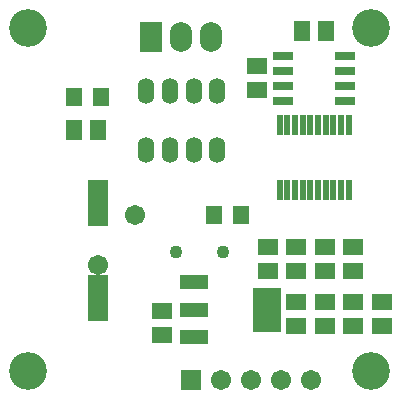
<source format=gbs>
G04 Layer_Color=16711935*
%FSLAX44Y44*%
%MOMM*%
G71*
G01*
G75*
%ADD37C,1.7032*%
%ADD38C,3.2032*%
%ADD39C,1.1032*%
%ADD40R,1.7032X1.7032*%
%ADD41C,1.7032*%
%ADD42O,1.9032X2.5032*%
%ADD43R,1.9032X2.5032*%
%ADD44O,1.4032X2.2032*%
%ADD45R,1.4732X1.8034*%
%ADD46R,1.7272X0.7112*%
%ADD47R,0.5032X1.8032*%
%ADD48R,1.4732X1.6002*%
%ADD49R,1.7032X3.9532*%
%ADD50R,2.3532X3.7032*%
%ADD51R,2.3532X1.3032*%
%ADD52R,2.3532X1.3032*%
%ADD53R,1.8034X1.4732*%
D37*
X89890Y131970D02*
D03*
X58890Y89970D02*
D03*
D38*
X0Y290000D02*
D03*
X290000D02*
D03*
Y0D02*
D03*
X0D02*
D03*
D39*
X164890Y100970D02*
D03*
X124890D02*
D03*
D40*
X137890Y-8030D02*
D03*
D41*
X163290D02*
D03*
X188690D02*
D03*
X214090D02*
D03*
X239490D02*
D03*
D42*
X154290Y282970D02*
D03*
X128890D02*
D03*
D43*
X103490D02*
D03*
D44*
X99890Y186970D02*
D03*
X119890D02*
D03*
X139890D02*
D03*
X159890D02*
D03*
Y236970D02*
D03*
X139890D02*
D03*
X119890D02*
D03*
X99890D02*
D03*
D45*
X231730Y287970D02*
D03*
X252050D02*
D03*
X59050Y203970D02*
D03*
X38730D02*
D03*
D46*
X267925Y267020D02*
D03*
Y254320D02*
D03*
Y241620D02*
D03*
Y228920D02*
D03*
X215855D02*
D03*
Y241620D02*
D03*
Y254320D02*
D03*
Y267020D02*
D03*
D47*
X271140Y153470D02*
D03*
X264640D02*
D03*
X258140D02*
D03*
X251640D02*
D03*
X245140D02*
D03*
X238640D02*
D03*
X232140D02*
D03*
X225640D02*
D03*
X219140D02*
D03*
X212640D02*
D03*
X271140Y208470D02*
D03*
X264640D02*
D03*
X258140D02*
D03*
X251640D02*
D03*
X245140D02*
D03*
X238640D02*
D03*
X232140D02*
D03*
X225640D02*
D03*
X219140D02*
D03*
X212640D02*
D03*
D48*
X157460Y131970D02*
D03*
X180320D02*
D03*
X61320Y231970D02*
D03*
X38460D02*
D03*
D49*
X58890Y141970D02*
D03*
Y61970D02*
D03*
D50*
X201890Y51970D02*
D03*
D51*
X139890Y74970D02*
D03*
Y28970D02*
D03*
D52*
Y51970D02*
D03*
D53*
X112890Y51130D02*
D03*
Y30810D02*
D03*
X226890Y58130D02*
D03*
Y37810D02*
D03*
X250890Y58130D02*
D03*
Y37810D02*
D03*
X274890Y105130D02*
D03*
Y84810D02*
D03*
X250890Y84810D02*
D03*
Y105130D02*
D03*
X274890Y58130D02*
D03*
Y37810D02*
D03*
X226890Y105130D02*
D03*
Y84810D02*
D03*
X193890Y258130D02*
D03*
Y237810D02*
D03*
X202890Y105130D02*
D03*
Y84810D02*
D03*
X298890Y58130D02*
D03*
Y37810D02*
D03*
M02*

</source>
